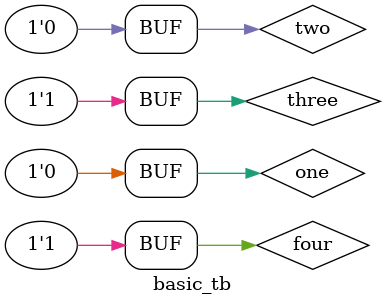
<source format=v>
module basic(one,two,three,four,eight);
input one,two,three,four;
output eight;
wire five,six,seven;
or g1(five,two,three,four);
and g2(six,one,two,five);
not g3(seven,five);
nor g4(eight,six,seven);
endmodule


module basic_tb();
reg one,two,three,four;
wire five;
basic uut(one,two,three,four,eight);
initial begin

one=1'b1; two=1'b1; three=1'b1; four=1'b1; #10;
one=1'b0; two=1'b1; three=1'b1; four=1'b1; #10;
one=1'b1; two=1'b1; three=1'b0; four=1'b1; #10;
one=1'b1; two=1'b0; three=1'b1; four=1'b1; #10;
one=1'b0; two=1'b0; three=1'b0; four=1'b0; #10;
one=1'b1; two=1'b0; three=1'b0; four=1'b1; #10;
one=1'b0; two=1'b0; three=1'b1; four=1'b1; #10;

end
endmodule

</source>
